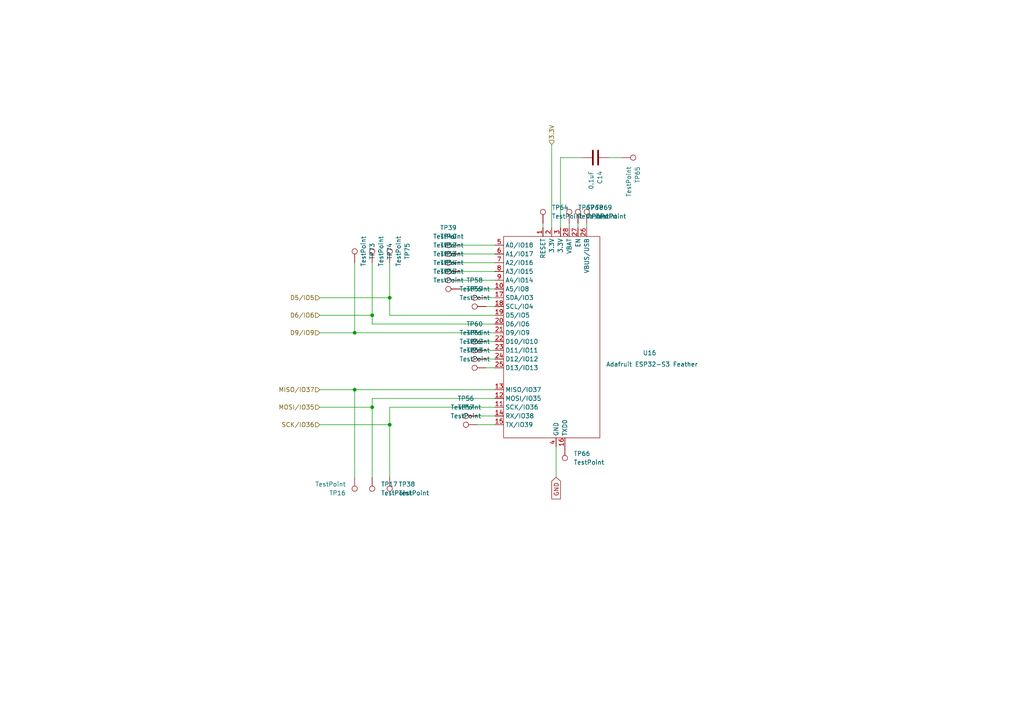
<source format=kicad_sch>
(kicad_sch (version 20231120) (generator "eeschema") (generator_version "8.0")
  (paper "A4")
  (lib_symbols
    (symbol "Connector:TestPoint" (pin_numbers hide) (pin_names (offset 0.762) hide)
      (property "Reference" "TP" (at 0 6.858 0))
      (property "Value" "TestPoint" (at 0 5.08 0))
      (symbol "TestPoint_0_1"
        (circle (center 0 3.302) (radius 0.762))
      )
      (symbol "TestPoint_1_1"
        (pin passive line (at 0 0 90) (length 2.54) (name "1") (number "1"))
      )
    )
    (symbol "Device:C" (pin_numbers hide) (pin_names (offset 0.254))
      (property "Reference" "C" (at 0.635 2.54 0))
      (property "Value" "C" (at 0.635 -2.54 0))
      (symbol "C_0_1"
        (polyline (pts (xy -2.032 -0.762) (xy 2.032 -0.762)) (stroke (width 0.508)))
        (polyline (pts (xy -2.032 0.762) (xy 2.032 0.762)) (stroke (width 0.508)))
      )
      (symbol "C_1_1"
        (pin passive line (at 0 3.81 270) (length 2.794) (name "~") (number "1"))
        (pin passive line (at 0 -3.81 90) (length 2.794) (name "~") (number "2"))
      )
    )
    (symbol "adafruit_feather_esp32:Adafruit_Feather_ESP32-S3_module_sorted"
      (property "Reference" "U" (at 0 0 0))
      (property "Value" "Adafruit ESP32-S3 Feather" (at 43.942 -5.842 0))
      (symbol "Adafruit_Feather_ESP32-S3_module_sorted_0_1"
        (rectangle (start -13.97 20.32) (end 13.97 -38.1))
      )
      (symbol "Adafruit_Feather_ESP32-S3_module_sorted_1_1"
        (pin input line (at -2.54 22.86 270) (length 2.54) (name "RESET") (number "1"))
        (pin bidirectional line (at -16.51 5.08 0) (length 2.54) (name "A5/IO8") (number "10"))
        (pin bidirectional line (at -16.51 -29.21 0) (length 2.54) (name "SCK/IO36") (number "11"))
        (pin bidirectional line (at -16.51 -26.67 0) (length 2.54) (name "MOSI/IO35") (number "12"))
        (pin bidirectional line (at -16.51 -24.13 0) (length 2.54) (name "MISO/IO37") (number "13"))
        (pin bidirectional line (at -16.51 -31.75 0) (length 2.54) (name "RX/IO38") (number "14"))
        (pin bidirectional line (at -16.51 -34.29 0) (length 2.54) (name "TX/IO39") (number "15"))
        (pin bidirectional line (at 3.81 -40.64 90) (length 2.54) (name "TXD0") (number "16"))
        (pin bidirectional line (at -16.51 2.54 0) (length 2.54) (name "SDA/IO3") (number "17"))
        (pin bidirectional line (at -16.51 0 0) (length 2.54) (name "SCL/IO4") (number "18"))
        (pin bidirectional line (at -16.51 -2.54 0) (length 2.54) (name "D5/IO5") (number "19"))
        (pin power_in line (at 0 22.86 270) (length 2.54) (name "3.3V") (number "2"))
        (pin bidirectional line (at -16.51 -5.08 0) (length 2.54) (name "D6/IO6") (number "20"))
        (pin bidirectional line (at -16.51 -7.62 0) (length 2.54) (name "D9/IO9") (number "21"))
        (pin bidirectional line (at -16.51 -10.16 0) (length 2.54) (name "D10/IO10") (number "22"))
        (pin bidirectional line (at -16.51 -12.7 0) (length 2.54) (name "D11/IO11") (number "23"))
        (pin bidirectional line (at -16.51 -15.24 0) (length 2.54) (name "D12/IO12") (number "24"))
        (pin bidirectional line (at -16.51 -17.78 0) (length 2.54) (name "D13/IO13") (number "25"))
        (pin power_in line (at 10.16 22.86 270) (length 2.54) (name "VBUS/USB") (number "26"))
        (pin input line (at 7.62 22.86 270) (length 2.54) (name "EN") (number "27"))
        (pin power_in line (at 5.08 22.86 270) (length 2.54) (name "VBAT") (number "28"))
        (pin power_in line (at 2.54 22.86 270) (length 2.54) (name "3.3V") (number "3"))
        (pin power_in line (at 1.27 -40.64 90) (length 2.54) (name "GND") (number "4"))
        (pin bidirectional line (at -16.51 17.78 0) (length 2.54) (name "A0/IO18") (number "5"))
        (pin bidirectional line (at -16.51 15.24 0) (length 2.54) (name "A1/IO17") (number "6"))
        (pin bidirectional line (at -16.51 12.7 0) (length 2.54) (name "A2/IO16") (number "7"))
        (pin bidirectional line (at -16.51 10.16 0) (length 2.54) (name "A3/IO15") (number "8"))
        (pin bidirectional line (at -16.51 7.62 0) (length 2.54) (name "A4/IO14") (number "9"))
      )
    )
  )
  (junction (at 107.95 91.44))
  (junction (at 102.87 113.03))
  (junction (at 113.03 86.36))
  (junction (at 113.03 123.19))
  (junction (at 107.95 118.11))
  (junction (at 102.87 96.52))
  (wire (pts (xy 92.71 113.03) (xy 102.87 113.03)))
  (wire (pts (xy 113.03 91.44) (xy 143.51 91.44)))
  (wire (pts (xy 92.71 86.36) (xy 113.03 86.36)))
  (wire (pts (xy 113.03 118.11) (xy 113.03 123.19)))
  (wire (pts (xy 157.48 64.77) (xy 157.48 66.04)))
  (wire (pts (xy 140.97 88.9) (xy 143.51 88.9)))
  (wire (pts (xy 138.43 120.65) (xy 143.51 120.65)))
  (wire (pts (xy 102.87 76.2) (xy 102.87 96.52)))
  (wire (pts (xy 162.56 45.72) (xy 162.56 66.04)))
  (wire (pts (xy 162.56 45.72) (xy 168.91 45.72)))
  (wire (pts (xy 170.18 64.77) (xy 170.18 66.04)))
  (wire (pts (xy 133.35 78.74) (xy 143.51 78.74)))
  (wire (pts (xy 180.34 45.72) (xy 176.53 45.72)))
  (wire (pts (xy 107.95 93.98) (xy 107.95 91.44)))
  (wire (pts (xy 92.71 123.19) (xy 113.03 123.19)))
  (wire (pts (xy 113.03 123.19) (xy 113.03 138.43)))
  (wire (pts (xy 140.97 101.6) (xy 143.51 101.6)))
  (wire (pts (xy 102.87 113.03) (xy 143.51 113.03)))
  (wire (pts (xy 133.35 76.2) (xy 143.51 76.2)))
  (wire (pts (xy 133.35 71.12) (xy 143.51 71.12)))
  (wire (pts (xy 140.97 99.06) (xy 143.51 99.06)))
  (wire (pts (xy 165.1 64.77) (xy 165.1 66.04)))
  (wire (pts (xy 113.03 118.11) (xy 143.51 118.11)))
  (wire (pts (xy 133.35 83.82) (xy 143.51 83.82)))
  (wire (pts (xy 140.97 106.68) (xy 143.51 106.68)))
  (wire (pts (xy 160.02 41.91) (xy 160.02 66.04)))
  (wire (pts (xy 107.95 118.11) (xy 107.95 138.43)))
  (wire (pts (xy 133.35 73.66) (xy 143.51 73.66)))
  (wire (pts (xy 143.51 93.98) (xy 107.95 93.98)))
  (wire (pts (xy 102.87 113.03) (xy 102.87 138.43)))
  (wire (pts (xy 107.95 91.44) (xy 107.95 76.2)))
  (wire (pts (xy 113.03 76.2) (xy 113.03 86.36)))
  (wire (pts (xy 92.71 91.44) (xy 107.95 91.44)))
  (wire (pts (xy 138.43 123.19) (xy 143.51 123.19)))
  (wire (pts (xy 161.29 129.54) (xy 161.29 138.43)))
  (wire (pts (xy 92.71 96.52) (xy 102.87 96.52)))
  (wire (pts (xy 107.95 115.57) (xy 107.95 118.11)))
  (wire (pts (xy 133.35 81.28) (xy 143.51 81.28)))
  (wire (pts (xy 140.97 104.14) (xy 143.51 104.14)))
  (wire (pts (xy 107.95 115.57) (xy 143.51 115.57)))
  (wire (pts (xy 140.97 86.36) (xy 143.51 86.36)))
  (wire (pts (xy 92.71 118.11) (xy 107.95 118.11)))
  (wire (pts (xy 113.03 86.36) (xy 113.03 91.44)))
  (wire (pts (xy 102.87 96.52) (xy 143.51 96.52)))
  (wire (pts (xy 167.64 64.77) (xy 167.64 66.04)))
  (global_label "GND" (shape input) (at 161.29 138.43 270) (property "Intersheetrefs" "${INTERSHEET_REFS}" (effects (hide yes))))
  (hierarchical_label "MOSI{slash}IO35" (shape input) (at 92.71 118.11 180))
  (hierarchical_label "D6{slash}IO6" (shape input) (at 92.71 91.44 180))
  (hierarchical_label "3.3V" (shape input) (at 160.02 41.91 90))
  (hierarchical_label "MISO{slash}IO37" (shape input) (at 92.71 113.03 180))
  (hierarchical_label "D9{slash}IO9" (shape input) (at 92.71 96.52 180))
  (hierarchical_label "D5{slash}IO5" (shape input) (at 92.71 86.36 180))
  (hierarchical_label "SCK{slash}IO36" (shape input) (at 92.71 123.19 180))
  (symbol (lib_id "Connector:TestPoint") (at 170.18 64.77 0) (unit 1)
    (property "Reference" "TP69" (at 172.72 60.1979 0) (effects (justify left)))
    (property "Value" "TestPoint" (at 172.72 62.7379 0) (effects (justify left)))
    (property "Description" "test point" (effects (hide yes)))
  )
  (symbol (lib_id "Connector:TestPoint") (at 133.35 78.74 90) (unit 1)
    (property "Reference" "TP53" (at 130.048 73.66 90))
    (property "Value" "TestPoint" (at 130.048 76.2 90))
    (property "Description" "test point" (effects (hide yes)))
  )
  (symbol (lib_id "Connector:TestPoint") (at 113.03 76.2 0) (unit 1)
    (property "Reference" "TP75" (at 118.11 72.898 90))
    (property "Value" "TestPoint" (at 115.57 72.898 90))
    (property "Description" "test point" (effects (hide yes)))
  )
  (symbol (lib_id "Connector:TestPoint") (at 133.35 71.12 90) (unit 1)
    (property "Reference" "TP39" (at 130.048 66.04 90))
    (property "Value" "TestPoint" (at 130.048 68.58 90))
    (property "Description" "test point" (effects (hide yes)))
  )
  (symbol (lib_id "Connector:TestPoint") (at 113.03 138.43 180) (unit 1)
    (property "Reference" "TP38" (at 115.57 140.4619 0) (effects (justify right)))
    (property "Value" "TestPoint" (at 115.57 143.0019 0) (effects (justify right)))
    (property "Description" "test point" (effects (hide yes)))
  )
  (symbol (lib_id "Connector:TestPoint") (at 157.48 64.77 0) (unit 1)
    (property "Reference" "TP64" (at 160.02 60.1979 0) (effects (justify left)))
    (property "Value" "TestPoint" (at 160.02 62.7379 0) (effects (justify left)))
    (property "Description" "test point" (effects (hide yes)))
  )
  (symbol (lib_id "Connector:TestPoint") (at 167.64 64.77 0) (unit 1)
    (property "Reference" "TP68" (at 170.18 60.1979 0) (effects (justify left)))
    (property "Value" "TestPoint" (at 170.18 62.7379 0) (effects (justify left)))
    (property "Description" "test point" (effects (hide yes)))
  )
  (symbol (lib_id "Connector:TestPoint") (at 140.97 106.68 90) (unit 1)
    (property "Reference" "TP63" (at 137.668 101.6 90))
    (property "Value" "TestPoint" (at 137.668 104.14 90))
    (property "Description" "test point" (effects (hide yes)))
  )
  (symbol (lib_id "Connector:TestPoint") (at 165.1 64.77 0) (unit 1)
    (property "Reference" "TP67" (at 167.64 60.1979 0) (effects (justify left)))
    (property "Value" "TestPoint" (at 167.64 62.7379 0) (effects (justify left)))
    (property "Description" "test point" (effects (hide yes)))
  )
  (symbol (lib_id "Connector:TestPoint") (at 102.87 138.43 180) (unit 1)
    (property "Reference" "TP16" (at 100.33 143.0021 0) (effects (justify left)))
    (property "Value" "TestPoint" (at 100.33 140.4621 0) (effects (justify left)))
    (property "Description" "test point" (effects (hide yes)))
  )
  (symbol (lib_id "Connector:TestPoint") (at 163.83 129.54 180) (unit 1)
    (property "Reference" "TP66" (at 166.37 131.5719 0) (effects (justify right)))
    (property "Value" "TestPoint" (at 166.37 134.1119 0) (effects (justify right)))
    (property "Description" "test point" (effects (hide yes)))
  )
  (symbol (lib_id "Device:C") (at 172.72 45.72 90) (unit 1)
    (property "Reference" "C14" (at 173.9901 49.53 0) (effects (justify right)))
    (property "Value" "0.1uF" (at 171.4501 49.53 0) (effects (justify right)))
    (property "Description" "Unpolarized capacitor" (effects (hide yes)))
  )
  (symbol (lib_id "Connector:TestPoint") (at 138.43 123.19 90) (unit 1)
    (property "Reference" "TP57" (at 135.128 118.11 90))
    (property "Value" "TestPoint" (at 135.128 120.65 90))
    (property "Description" "test point" (effects (hide yes)))
  )
  (symbol (lib_id "Connector:TestPoint") (at 140.97 104.14 90) (unit 1)
    (property "Reference" "TP62" (at 137.668 99.06 90))
    (property "Value" "TestPoint" (at 137.668 101.6 90))
    (property "Description" "test point" (effects (hide yes)))
  )
  (symbol (lib_id "Connector:TestPoint") (at 107.95 138.43 180) (unit 1)
    (property "Reference" "TP17" (at 110.49 140.4619 0) (effects (justify right)))
    (property "Value" "TestPoint" (at 110.49 143.0019 0) (effects (justify right)))
    (property "Description" "test point" (effects (hide yes)))
  )
  (symbol (lib_id "Connector:TestPoint") (at 140.97 101.6 90) (unit 1)
    (property "Reference" "TP61" (at 137.668 96.52 90))
    (property "Value" "TestPoint" (at 137.668 99.06 90))
    (property "Description" "test point" (effects (hide yes)))
  )
  (symbol (lib_id "Connector:TestPoint") (at 140.97 88.9 90) (unit 1)
    (property "Reference" "TP59" (at 137.668 83.82 90))
    (property "Value" "TestPoint" (at 137.668 86.36 90))
    (property "Description" "test point" (effects (hide yes)))
  )
  (symbol (lib_id "Connector:TestPoint") (at 133.35 83.82 90) (unit 1)
    (property "Reference" "TP55" (at 130.048 78.74 90))
    (property "Value" "TestPoint" (at 130.048 81.28 90))
    (property "Description" "test point" (effects (hide yes)))
  )
  (symbol (lib_id "Connector:TestPoint") (at 133.35 76.2 90) (unit 1)
    (property "Reference" "TP52" (at 130.048 71.12 90))
    (property "Value" "TestPoint" (at 130.048 73.66 90))
    (property "Description" "test point" (effects (hide yes)))
  )
  (symbol (lib_id "Connector:TestPoint") (at 138.43 120.65 90) (unit 1)
    (property "Reference" "TP56" (at 135.128 115.57 90))
    (property "Value" "TestPoint" (at 135.128 118.11 90))
    (property "Description" "test point" (effects (hide yes)))
  )
  (symbol (lib_id "Connector:TestPoint") (at 133.35 81.28 90) (unit 1)
    (property "Reference" "TP54" (at 130.048 76.2 90))
    (property "Value" "TestPoint" (at 130.048 78.74 90))
    (property "Description" "test point" (effects (hide yes)))
  )
  (symbol (lib_id "Connector:TestPoint") (at 140.97 86.36 90) (unit 1)
    (property "Reference" "TP58" (at 137.668 81.28 90))
    (property "Value" "TestPoint" (at 137.668 83.82 90))
    (property "Description" "test point" (effects (hide yes)))
  )
  (symbol (lib_id "Connector:TestPoint") (at 180.34 45.72 270) (unit 1)
    (property "Reference" "TP65" (at 184.9121 48.26 0) (effects (justify left)))
    (property "Value" "TestPoint" (at 182.3721 48.26 0) (effects (justify left)))
    (property "Description" "test point" (effects (hide yes)))
  )
  (symbol (lib_id "adafruit_feather_esp32:Adafruit_Feather_ESP32-S3_module_sorted") (at 160.02 88.9 0) (unit 1)
    (property "Reference" "U16" (at 186.436 102.362 0) (effects (justify left)))
    (property "Value" "Adafruit ESP32-S3 Feather" (at 175.768 105.664 0) (effects (justify left)))
    (property "Footprint" "adafruit_esp32s3_feather:Adafruit_ESP32_S3_Feather" (effects (hide yes)))
  )
  (symbol (lib_id "Connector:TestPoint") (at 140.97 99.06 90) (unit 1)
    (property "Reference" "TP60" (at 137.668 93.98 90))
    (property "Value" "TestPoint" (at 137.668 96.52 90))
    (property "Description" "test point" (effects (hide yes)))
  )
  (symbol (lib_id "Connector:TestPoint") (at 102.87 76.2 0) (unit 1)
    (property "Reference" "TP73" (at 107.95 72.898 90))
    (property "Value" "TestPoint" (at 105.41 72.898 90))
    (property "Description" "test point" (effects (hide yes)))
  )
  (symbol (lib_id "Connector:TestPoint") (at 107.95 76.2 0) (unit 1)
    (property "Reference" "TP74" (at 113.03 72.898 90))
    (property "Value" "TestPoint" (at 110.49 72.898 90))
    (property "Description" "test point" (effects (hide yes)))
  )
  (symbol (lib_id "Connector:TestPoint") (at 133.35 73.66 90) (unit 1)
    (property "Reference" "TP40" (at 130.048 68.58 90))
    (property "Value" "TestPoint" (at 130.048 71.12 90))
    (property "Description" "test point" (effects (hide yes)))
  )
)
</source>
